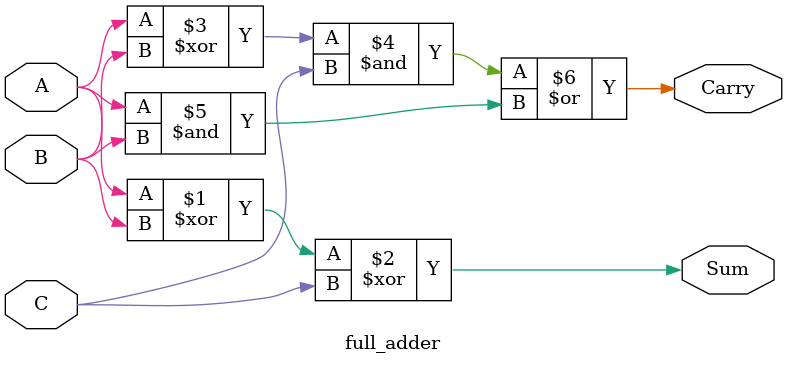
<source format=v>
`timescale 1ns / 1ps


module full_adder(
    input A,
    input B,
    input C,
    output Sum,
    output Carry
    );
    assign Sum=A^B^C;
    assign Carry=((A^B)&C)|(A&B);
endmodule

</source>
